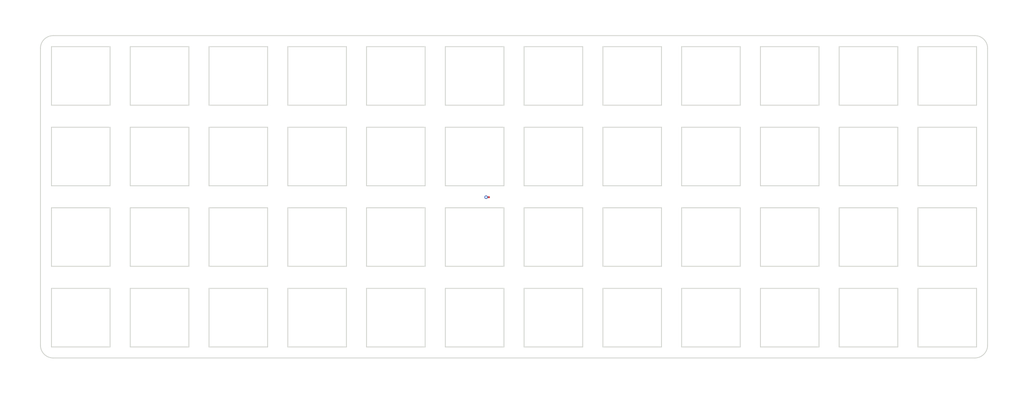
<source format=kicad_pcb>
(kicad_pcb (version 20171130) (host pcbnew 5.1.9)

  (general
    (thickness 1.6)
    (drawings 200)
    (tracks 2)
    (zones 0)
    (modules 6)
    (nets 2)
  )

  (page A4)
  (layers
    (0 F.Cu signal)
    (31 B.Cu signal)
    (32 B.Adhes user)
    (33 F.Adhes user)
    (34 B.Paste user)
    (35 F.Paste user)
    (36 B.SilkS user)
    (37 F.SilkS user)
    (38 B.Mask user)
    (39 F.Mask user)
    (40 Dwgs.User user)
    (41 Cmts.User user)
    (42 Eco1.User user)
    (43 Eco2.User user)
    (44 Edge.Cuts user)
    (45 Margin user)
    (46 B.CrtYd user)
    (47 F.CrtYd user)
    (48 B.Fab user)
    (49 F.Fab user)
  )

  (setup
    (last_trace_width 0.25)
    (trace_clearance 0.2)
    (zone_clearance 0.508)
    (zone_45_only no)
    (trace_min 0.2)
    (via_size 0.8)
    (via_drill 0.4)
    (via_min_size 0.4)
    (via_min_drill 0.3)
    (uvia_size 0.3)
    (uvia_drill 0.1)
    (uvias_allowed no)
    (uvia_min_size 0.2)
    (uvia_min_drill 0.1)
    (edge_width 0.05)
    (segment_width 0.2)
    (pcb_text_width 0.3)
    (pcb_text_size 1.5 1.5)
    (mod_edge_width 0.12)
    (mod_text_size 1 1)
    (mod_text_width 0.15)
    (pad_size 1.524 1.524)
    (pad_drill 0.762)
    (pad_to_mask_clearance 0)
    (aux_axis_origin 0 0)
    (grid_origin 253.175 77.399998)
    (visible_elements FFFFFF7F)
    (pcbplotparams
      (layerselection 0x010fc_ffffffff)
      (usegerberextensions false)
      (usegerberattributes true)
      (usegerberadvancedattributes true)
      (creategerberjobfile true)
      (excludeedgelayer true)
      (linewidth 0.100000)
      (plotframeref false)
      (viasonmask false)
      (mode 1)
      (useauxorigin false)
      (hpglpennumber 1)
      (hpglpenspeed 20)
      (hpglpendiameter 15.000000)
      (psnegative false)
      (psa4output false)
      (plotreference true)
      (plotvalue true)
      (plotinvisibletext false)
      (padsonsilk false)
      (subtractmaskfromsilk false)
      (outputformat 1)
      (mirror false)
      (drillshape 1)
      (scaleselection 1)
      (outputdirectory ""))
  )

  (net 0 "")
  (net 1 GND)

  (net_class Default "This is the default net class."
    (clearance 0.2)
    (trace_width 0.25)
    (via_dia 0.8)
    (via_drill 0.4)
    (uvia_dia 0.3)
    (uvia_drill 0.1)
    (add_net GND)
  )

  (module MountingHole:MountingHole_4.3mm_M4 (layer F.Cu) (tedit 56D1B4CB) (tstamp 6059C516)
    (at 253.175 77.399998)
    (descr "Mounting Hole 4.3mm, no annular, M4")
    (tags "mounting hole 4.3mm no annular m4")
    (path /60597BC2)
    (attr virtual)
    (fp_text reference " " (at 0 -5.3) (layer F.SilkS)
      (effects (font (size 1 1) (thickness 0.15)))
    )
    (fp_text value MountingHole (at 0 5.3) (layer F.Fab)
      (effects (font (size 1 1) (thickness 0.15)))
    )
    (fp_circle (center 0 0) (end 4.3 0) (layer Cmts.User) (width 0.15))
    (fp_circle (center 0 0) (end 4.55 0) (layer F.CrtYd) (width 0.05))
    (fp_text user %R (at 0.3 0) (layer F.Fab)
      (effects (font (size 1 1) (thickness 0.15)))
    )
    (pad 1 np_thru_hole circle (at 0 0) (size 4.3 4.3) (drill 4.3) (layers *.Cu *.Mask))
  )

  (module MountingHole:MountingHole_4.3mm_M4 (layer F.Cu) (tedit 56D1B4CB) (tstamp 6059C51E)
    (at 67.675 77.399998)
    (descr "Mounting Hole 4.3mm, no annular, M4")
    (tags "mounting hole 4.3mm no annular m4")
    (path /605975A1)
    (attr virtual)
    (fp_text reference " " (at 0 -5.3) (layer F.SilkS)
      (effects (font (size 1 1) (thickness 0.15)))
    )
    (fp_text value MountingHole (at 0 5.3) (layer F.Fab)
      (effects (font (size 1 1) (thickness 0.15)))
    )
    (fp_circle (center 0 0) (end 4.3 0) (layer Cmts.User) (width 0.15))
    (fp_circle (center 0 0) (end 4.55 0) (layer F.CrtYd) (width 0.05))
    (fp_text user %R (at 0.3 0) (layer F.Fab)
      (effects (font (size 1 1) (thickness 0.15)))
    )
    (pad 1 np_thru_hole circle (at 0 0) (size 4.3 4.3) (drill 4.3) (layers *.Cu *.Mask))
  )

  (module MountingHole:MountingHole_4.3mm_M4 (layer F.Cu) (tedit 56D1B4CB) (tstamp 6059C526)
    (at 253.175 115.399998)
    (descr "Mounting Hole 4.3mm, no annular, M4")
    (tags "mounting hole 4.3mm no annular m4")
    (path /60597743)
    (attr virtual)
    (fp_text reference " " (at 0 -5.3) (layer F.SilkS)
      (effects (font (size 1 1) (thickness 0.15)))
    )
    (fp_text value MountingHole (at 0 5.3) (layer F.Fab)
      (effects (font (size 1 1) (thickness 0.15)))
    )
    (fp_circle (center 0 0) (end 4.3 0) (layer Cmts.User) (width 0.15))
    (fp_circle (center 0 0) (end 4.55 0) (layer F.CrtYd) (width 0.05))
    (fp_text user %R (at 0.3 0) (layer F.Fab)
      (effects (font (size 1 1) (thickness 0.15)))
    )
    (pad 1 np_thru_hole circle (at 0 0) (size 4.3 4.3) (drill 4.3) (layers *.Cu *.Mask))
  )

  (module MountingHole:MountingHole_4.3mm_M4 (layer F.Cu) (tedit 56D1B4CB) (tstamp 6059C52E)
    (at 67.675 115.399998)
    (descr "Mounting Hole 4.3mm, no annular, M4")
    (tags "mounting hole 4.3mm no annular m4")
    (path /605978C7)
    (attr virtual)
    (fp_text reference " " (at 0 -5.3) (layer F.SilkS)
      (effects (font (size 1 1) (thickness 0.15)))
    )
    (fp_text value MountingHole (at 0 5.3) (layer F.Fab)
      (effects (font (size 1 1) (thickness 0.15)))
    )
    (fp_circle (center 0 0) (end 4.3 0) (layer Cmts.User) (width 0.15))
    (fp_circle (center 0 0) (end 4.55 0) (layer F.CrtYd) (width 0.05))
    (fp_text user %R (at 0.3 0) (layer F.Fab)
      (effects (font (size 1 1) (thickness 0.15)))
    )
    (pad 1 np_thru_hole circle (at 0 0) (size 4.3 4.3) (drill 4.3) (layers *.Cu *.Mask))
  )

  (module MountingHole:MountingHole_4.3mm_M4 (layer F.Cu) (tedit 56D1B4CB) (tstamp 6059C536)
    (at 160.425 96.399998)
    (descr "Mounting Hole 4.3mm, no annular, M4")
    (tags "mounting hole 4.3mm no annular m4")
    (path /60597A0F)
    (attr virtual)
    (fp_text reference " " (at 0 -5.3) (layer F.SilkS)
      (effects (font (size 1 1) (thickness 0.15)))
    )
    (fp_text value MountingHole (at 0 5.3) (layer F.Fab)
      (effects (font (size 1 1) (thickness 0.15)))
    )
    (fp_circle (center 0 0) (end 4.3 0) (layer Cmts.User) (width 0.15))
    (fp_circle (center 0 0) (end 4.55 0) (layer F.CrtYd) (width 0.05))
    (fp_text user %R (at 0.3 0) (layer F.Fab)
      (effects (font (size 1 1) (thickness 0.15)))
    )
    (pad 1 np_thru_hole circle (at 0 0) (size 4.3 4.3) (drill 4.3) (layers *.Cu *.Mask))
  )

  (module Resistor_SMD:R_0201_0603Metric (layer F.Cu) (tedit 5F68FEEE) (tstamp 6059C547)
    (at 154.175 96.499999)
    (descr "Resistor SMD 0201 (0603 Metric), square (rectangular) end terminal, IPC_7351 nominal, (Body size source: https://www.vishay.com/docs/20052/crcw0201e3.pdf), generated with kicad-footprint-generator")
    (tags resistor)
    (path /605967D7)
    (attr smd)
    (fp_text reference " " (at 0 -1.05) (layer F.SilkS)
      (effects (font (size 1 1) (thickness 0.15)))
    )
    (fp_text value R (at 0 1.05) (layer F.Fab)
      (effects (font (size 1 1) (thickness 0.15)))
    )
    (fp_line (start -0.3 0.15) (end -0.3 -0.15) (layer F.Fab) (width 0.1))
    (fp_line (start -0.3 -0.15) (end 0.3 -0.15) (layer F.Fab) (width 0.1))
    (fp_line (start 0.3 -0.15) (end 0.3 0.15) (layer F.Fab) (width 0.1))
    (fp_line (start 0.3 0.15) (end -0.3 0.15) (layer F.Fab) (width 0.1))
    (fp_line (start -0.7 0.35) (end -0.7 -0.35) (layer F.CrtYd) (width 0.05))
    (fp_line (start -0.7 -0.35) (end 0.7 -0.35) (layer F.CrtYd) (width 0.05))
    (fp_line (start 0.7 -0.35) (end 0.7 0.35) (layer F.CrtYd) (width 0.05))
    (fp_line (start 0.7 0.35) (end -0.7 0.35) (layer F.CrtYd) (width 0.05))
    (fp_text user %R (at 0 -0.68) (layer F.Fab)
      (effects (font (size 0.25 0.25) (thickness 0.04)))
    )
    (pad 2 smd roundrect (at 0.32 0) (size 0.46 0.4) (layers F.Cu F.Mask) (roundrect_rratio 0.25)
      (net 1 GND))
    (pad 1 smd roundrect (at -0.32 0) (size 0.46 0.4) (layers F.Cu F.Mask) (roundrect_rratio 0.25)
      (net 1 GND))
    (pad "" smd roundrect (at 0.345 0) (size 0.318 0.36) (layers F.Paste) (roundrect_rratio 0.25))
    (pad "" smd roundrect (at -0.345 0) (size 0.318 0.36) (layers F.Paste) (roundrect_rratio 0.25))
    (model ${KISYS3DMOD}/Resistor_SMD.3dshapes/R_0201_0603Metric.wrl
      (at (xyz 0 0 0))
      (scale (xyz 1 1 1))
      (rotate (xyz 0 0 0))
    )
  )

  (gr_line (start 83.849999 60.999999) (end 70.049999 60.999999) (layer Edge.Cuts) (width 0.2))
  (gr_line (start 83.849999 79.999999) (end 70.049999 79.999999) (layer Edge.Cuts) (width 0.2))
  (gr_line (start 65.3 112.799999) (end 65.3 98.999999) (layer Edge.Cuts) (width 0.2))
  (gr_line (start 70.049999 60.999999) (end 70.049999 74.799998) (layer Edge.Cuts) (width 0.2))
  (gr_line (start 199.9 112.799999) (end 213.7 112.799999) (layer Edge.Cuts) (width 0.2))
  (gr_line (start 51.5 93.799999) (end 65.3 93.799999) (layer Edge.Cuts) (width 0.2))
  (gr_line (start 88.6 98.999999) (end 88.6 112.799999) (layer Edge.Cuts) (width 0.2))
  (gr_line (start 158.05 117.999999) (end 144.25 117.999999) (layer Edge.Cuts) (width 0.2))
  (gr_line (start 88.599999 93.799999) (end 102.399999 93.799999) (layer Edge.Cuts) (width 0.2))
  (gr_line (start 237 93.799999) (end 250.8 93.799999) (layer Edge.Cuts) (width 0.2))
  (gr_line (start 88.6 131.799999) (end 102.4 131.799999) (layer Edge.Cuts) (width 0.2))
  (gr_line (start 102.4 98.999999) (end 88.6 98.999999) (layer Edge.Cuts) (width 0.2))
  (gr_line (start 107.149999 112.799999) (end 120.949999 112.799999) (layer Edge.Cuts) (width 0.2))
  (gr_line (start 144.25 93.799999) (end 158.05 93.799999) (layer Edge.Cuts) (width 0.2))
  (gr_line (start 120.949999 98.999999) (end 107.149999 98.999999) (layer Edge.Cuts) (width 0.2))
  (gr_line (start 176.6 93.799999) (end 176.6 79.999999) (layer Edge.Cuts) (width 0.2))
  (gr_line (start 199.9 117.999999) (end 199.9 131.799999) (layer Edge.Cuts) (width 0.2))
  (gr_line (start 195.15 98.999999) (end 181.35 98.999999) (layer Edge.Cuts) (width 0.2))
  (gr_line (start 250.8 131.799999) (end 250.8 117.999999) (layer Edge.Cuts) (width 0.2))
  (gr_line (start 144.25 117.999999) (end 144.25 131.799999) (layer Edge.Cuts) (width 0.2))
  (gr_line (start 139.5 98.999999) (end 125.7 98.999999) (layer Edge.Cuts) (width 0.2))
  (gr_line (start 139.5 79.999999) (end 125.7 79.999999) (layer Edge.Cuts) (width 0.2))
  (gr_line (start 255.55 112.799999) (end 269.35 112.799999) (layer Edge.Cuts) (width 0.2))
  (gr_line (start 125.7 112.799999) (end 139.5 112.799999) (layer Edge.Cuts) (width 0.2))
  (gr_line (start 70.049999 79.999999) (end 70.049999 93.799999) (layer Edge.Cuts) (width 0.2))
  (gr_line (start 83.849999 74.799998) (end 83.849999 60.999999) (layer Edge.Cuts) (width 0.2))
  (gr_line (start 70.049999 93.799999) (end 83.849999 93.799999) (layer Edge.Cuts) (width 0.2))
  (gr_line (start 176.6 131.799999) (end 176.6 117.999999) (layer Edge.Cuts) (width 0.2))
  (gr_line (start 102.399999 74.799998) (end 102.399999 60.999998) (layer Edge.Cuts) (width 0.2))
  (gr_line (start 218.45 98.999999) (end 218.45 112.799999) (layer Edge.Cuts) (width 0.2))
  (gr_line (start 213.7 93.799999) (end 213.7 79.999999) (layer Edge.Cuts) (width 0.2))
  (gr_line (start 218.45 74.799998) (end 232.25 74.799998) (layer Edge.Cuts) (width 0.2))
  (gr_line (start 232.25 117.999999) (end 218.45 117.999999) (layer Edge.Cuts) (width 0.2))
  (gr_line (start 51.9 58.399999) (end 268.95 58.399999) (layer Edge.Cuts) (width 0.2))
  (gr_line (start 125.7 79.999999) (end 125.7 93.799999) (layer Edge.Cuts) (width 0.2))
  (gr_line (start 195.15 74.799998) (end 195.15 60.999998) (layer Edge.Cuts) (width 0.2))
  (gr_line (start 199.9 131.799999) (end 213.7 131.799999) (layer Edge.Cuts) (width 0.2))
  (gr_line (start 88.599999 60.999998) (end 88.599999 74.799998) (layer Edge.Cuts) (width 0.2))
  (gr_line (start 51.5 117.999999) (end 51.5 131.799999) (layer Edge.Cuts) (width 0.2))
  (gr_line (start 102.4 112.799999) (end 102.4 98.999999) (layer Edge.Cuts) (width 0.2))
  (gr_line (start 237 98.999999) (end 237 112.799999) (layer Edge.Cuts) (width 0.2))
  (gr_line (start 83.85 131.799999) (end 83.85 117.999999) (layer Edge.Cuts) (width 0.2))
  (gr_line (start 65.3 74.799998) (end 65.3 60.999999) (layer Edge.Cuts) (width 0.2))
  (gr_line (start 144.25 112.799999) (end 158.05 112.799999) (layer Edge.Cuts) (width 0.2))
  (gr_line (start 218.45 112.799999) (end 232.25 112.799999) (layer Edge.Cuts) (width 0.2))
  (gr_line (start 162.8 131.799999) (end 176.6 131.799999) (layer Edge.Cuts) (width 0.2))
  (gr_line (start 125.7 98.999999) (end 125.7 112.799999) (layer Edge.Cuts) (width 0.2))
  (gr_line (start 195.15 112.799999) (end 195.15 98.999999) (layer Edge.Cuts) (width 0.2))
  (gr_line (start 88.599999 74.799998) (end 102.399999 74.799998) (layer Edge.Cuts) (width 0.2))
  (gr_line (start 107.149999 98.999999) (end 107.149999 112.799999) (layer Edge.Cuts) (width 0.2))
  (gr_line (start 162.8 112.799999) (end 176.6 112.799999) (layer Edge.Cuts) (width 0.2))
  (gr_line (start 70.05 131.799999) (end 83.85 131.799999) (layer Edge.Cuts) (width 0.2))
  (gr_line (start 269.35 60.999998) (end 255.55 60.999998) (layer Edge.Cuts) (width 0.2))
  (gr_arc (start 51.9 131.399999) (end 48.9 131.399999) (angle -90) (layer Edge.Cuts) (width 0.2))
  (gr_line (start 237 131.799999) (end 250.8 131.799999) (layer Edge.Cuts) (width 0.2))
  (gr_line (start 120.949999 131.799999) (end 120.949999 117.999999) (layer Edge.Cuts) (width 0.2))
  (gr_line (start 181.35 112.799999) (end 195.15 112.799999) (layer Edge.Cuts) (width 0.2))
  (gr_line (start 83.85 117.999999) (end 70.05 117.999999) (layer Edge.Cuts) (width 0.2))
  (gr_line (start 250.8 112.799999) (end 250.8 98.999999) (layer Edge.Cuts) (width 0.2))
  (gr_line (start 162.8 79.999999) (end 162.8 93.799999) (layer Edge.Cuts) (width 0.2))
  (gr_line (start 250.8 74.799998) (end 250.8 60.999998) (layer Edge.Cuts) (width 0.2))
  (gr_line (start 232.25 74.799998) (end 232.25 60.999998) (layer Edge.Cuts) (width 0.2))
  (gr_line (start 65.3 93.799999) (end 65.3 79.999999) (layer Edge.Cuts) (width 0.2))
  (gr_line (start 70.05 112.799999) (end 83.85 112.799999) (layer Edge.Cuts) (width 0.2))
  (gr_line (start 65.3 131.799999) (end 65.3 117.999999) (layer Edge.Cuts) (width 0.2))
  (gr_line (start 88.599999 79.999999) (end 88.599999 93.799999) (layer Edge.Cuts) (width 0.2))
  (gr_arc (start 51.9 61.399999) (end 51.9 58.399999) (angle -90) (layer Edge.Cuts) (width 0.2))
  (gr_line (start 181.35 74.799998) (end 195.15 74.799998) (layer Edge.Cuts) (width 0.2))
  (gr_line (start 120.949999 93.799999) (end 120.949999 79.999999) (layer Edge.Cuts) (width 0.2))
  (gr_line (start 102.4 117.999999) (end 88.6 117.999999) (layer Edge.Cuts) (width 0.2))
  (gr_line (start 181.35 60.999998) (end 181.35 74.799998) (layer Edge.Cuts) (width 0.2))
  (gr_line (start 237 112.799999) (end 250.8 112.799999) (layer Edge.Cuts) (width 0.2))
  (gr_line (start 88.6 117.999999) (end 88.6 131.799999) (layer Edge.Cuts) (width 0.2))
  (gr_line (start 139.5 112.799999) (end 139.5 98.999999) (layer Edge.Cuts) (width 0.2))
  (gr_line (start 102.399999 93.799999) (end 102.399999 79.999999) (layer Edge.Cuts) (width 0.2))
  (gr_line (start 237 60.999998) (end 237 74.799998) (layer Edge.Cuts) (width 0.2))
  (gr_line (start 250.8 79.999999) (end 237 79.999999) (layer Edge.Cuts) (width 0.2))
  (gr_line (start 181.35 117.999999) (end 181.35 131.799999) (layer Edge.Cuts) (width 0.2))
  (gr_line (start 255.55 74.799998) (end 269.35 74.799998) (layer Edge.Cuts) (width 0.2))
  (gr_line (start 255.55 60.999998) (end 255.55 74.799998) (layer Edge.Cuts) (width 0.2))
  (gr_line (start 65.3 60.999999) (end 51.5 60.999999) (layer Edge.Cuts) (width 0.2))
  (gr_line (start 232.25 60.999998) (end 218.45 60.999998) (layer Edge.Cuts) (width 0.2))
  (gr_line (start 120.949999 117.999999) (end 107.149999 117.999999) (layer Edge.Cuts) (width 0.2))
  (gr_line (start 255.55 79.999999) (end 255.55 93.799999) (layer Edge.Cuts) (width 0.2))
  (gr_line (start 176.6 98.999999) (end 162.8 98.999999) (layer Edge.Cuts) (width 0.2))
  (gr_line (start 125.7 74.799998) (end 139.5 74.799998) (layer Edge.Cuts) (width 0.2))
  (gr_line (start 125.7 93.799999) (end 139.5 93.799999) (layer Edge.Cuts) (width 0.2))
  (gr_line (start 195.15 117.999999) (end 181.35 117.999999) (layer Edge.Cuts) (width 0.2))
  (gr_line (start 120.949999 60.999998) (end 107.149999 60.999998) (layer Edge.Cuts) (width 0.2))
  (gr_line (start 255.55 117.999999) (end 255.55 131.799999) (layer Edge.Cuts) (width 0.2))
  (gr_arc (start 268.95 61.399999) (end 271.95 61.399999) (angle -90) (layer Edge.Cuts) (width 0.2))
  (gr_line (start 269.35 79.999999) (end 255.55 79.999999) (layer Edge.Cuts) (width 0.2))
  (gr_line (start 158.05 131.799999) (end 158.05 117.999999) (layer Edge.Cuts) (width 0.2))
  (gr_line (start 181.35 79.999999) (end 181.35 93.799999) (layer Edge.Cuts) (width 0.2))
  (gr_line (start 139.5 74.799998) (end 139.5 60.999998) (layer Edge.Cuts) (width 0.2))
  (gr_line (start 218.45 60.999998) (end 218.45 74.799998) (layer Edge.Cuts) (width 0.2))
  (gr_line (start 144.25 74.799998) (end 158.05 74.799998) (layer Edge.Cuts) (width 0.2))
  (gr_line (start 158.05 98.999999) (end 144.25 98.999999) (layer Edge.Cuts) (width 0.2))
  (gr_line (start 218.45 79.999999) (end 218.45 93.799999) (layer Edge.Cuts) (width 0.2))
  (gr_line (start 158.05 112.799999) (end 158.05 98.999999) (layer Edge.Cuts) (width 0.2))
  (gr_line (start 250.8 60.999998) (end 237 60.999998) (layer Edge.Cuts) (width 0.2))
  (gr_line (start 48.900001 131.399999) (end 48.900001 61.399999) (layer Edge.Cuts) (width 0.2))
  (gr_line (start 162.8 98.999999) (end 162.8 112.799999) (layer Edge.Cuts) (width 0.2))
  (gr_line (start 255.55 131.799999) (end 269.35 131.799999) (layer Edge.Cuts) (width 0.2))
  (gr_line (start 237 117.999999) (end 237 131.799999) (layer Edge.Cuts) (width 0.2))
  (gr_line (start 125.7 131.799999) (end 139.5 131.799999) (layer Edge.Cuts) (width 0.2))
  (gr_line (start 237 74.799998) (end 250.8 74.799998) (layer Edge.Cuts) (width 0.2))
  (gr_line (start 269.35 117.999999) (end 255.55 117.999999) (layer Edge.Cuts) (width 0.2))
  (gr_line (start 269.35 131.799999) (end 269.35 117.999999) (layer Edge.Cuts) (width 0.2))
  (gr_line (start 181.35 131.799999) (end 195.15 131.799999) (layer Edge.Cuts) (width 0.2))
  (gr_line (start 271.95 61.399999) (end 271.95 131.399999) (layer Edge.Cuts) (width 0.2))
  (gr_line (start 120.949999 112.799999) (end 120.949999 98.999999) (layer Edge.Cuts) (width 0.2))
  (gr_line (start 125.7 60.999998) (end 125.7 74.799998) (layer Edge.Cuts) (width 0.2))
  (gr_line (start 144.25 131.799999) (end 158.05 131.799999) (layer Edge.Cuts) (width 0.2))
  (gr_line (start 213.7 74.799998) (end 213.7 60.999998) (layer Edge.Cuts) (width 0.2))
  (gr_line (start 139.5 60.999998) (end 125.7 60.999998) (layer Edge.Cuts) (width 0.2))
  (gr_line (start 102.4 131.799999) (end 102.4 117.999999) (layer Edge.Cuts) (width 0.2))
  (gr_line (start 199.9 93.799999) (end 213.7 93.799999) (layer Edge.Cuts) (width 0.2))
  (gr_line (start 218.45 117.999999) (end 218.45 131.799999) (layer Edge.Cuts) (width 0.2))
  (gr_line (start 144.25 60.999998) (end 144.25 74.799998) (layer Edge.Cuts) (width 0.2))
  (gr_line (start 139.5 93.799999) (end 139.5 79.999999) (layer Edge.Cuts) (width 0.2))
  (gr_line (start 102.399999 60.999998) (end 88.599999 60.999998) (layer Edge.Cuts) (width 0.2))
  (gr_line (start 250.8 117.999999) (end 237 117.999999) (layer Edge.Cuts) (width 0.2))
  (gr_line (start 269.35 93.799999) (end 269.35 79.999999) (layer Edge.Cuts) (width 0.2))
  (gr_line (start 107.149999 74.799998) (end 120.949999 74.799998) (layer Edge.Cuts) (width 0.2))
  (gr_line (start 70.05 98.999999) (end 70.05 112.799999) (layer Edge.Cuts) (width 0.2))
  (gr_line (start 125.7 117.999999) (end 125.7 131.799999) (layer Edge.Cuts) (width 0.2))
  (gr_line (start 158.05 74.799998) (end 158.05 60.999998) (layer Edge.Cuts) (width 0.2))
  (gr_line (start 255.55 93.799999) (end 269.35 93.799999) (layer Edge.Cuts) (width 0.2))
  (gr_line (start 218.45 93.799999) (end 232.25 93.799999) (layer Edge.Cuts) (width 0.2))
  (gr_line (start 158.05 60.999998) (end 144.25 60.999998) (layer Edge.Cuts) (width 0.2))
  (gr_line (start 232.25 93.799999) (end 232.25 79.999999) (layer Edge.Cuts) (width 0.2))
  (gr_line (start 51.5 79.999999) (end 51.5 93.799999) (layer Edge.Cuts) (width 0.2))
  (gr_line (start 51.5 112.799999) (end 65.3 112.799999) (layer Edge.Cuts) (width 0.2))
  (gr_line (start 158.05 93.799999) (end 158.05 79.999999) (layer Edge.Cuts) (width 0.2))
  (gr_line (start 237 79.999999) (end 237 93.799999) (layer Edge.Cuts) (width 0.2))
  (gr_line (start 102.399999 79.999999) (end 88.599999 79.999999) (layer Edge.Cuts) (width 0.2))
  (gr_line (start 199.9 74.799998) (end 213.7 74.799998) (layer Edge.Cuts) (width 0.2))
  (gr_line (start 139.5 117.999999) (end 125.7 117.999999) (layer Edge.Cuts) (width 0.2))
  (gr_line (start 51.5 131.799999) (end 65.3 131.799999) (layer Edge.Cuts) (width 0.2))
  (gr_line (start 195.15 79.999999) (end 181.35 79.999999) (layer Edge.Cuts) (width 0.2))
  (gr_line (start 65.3 117.999999) (end 51.5 117.999999) (layer Edge.Cuts) (width 0.2))
  (gr_line (start 70.05 117.999999) (end 70.05 131.799999) (layer Edge.Cuts) (width 0.2))
  (gr_line (start 88.6 112.799999) (end 102.4 112.799999) (layer Edge.Cuts) (width 0.2))
  (gr_line (start 269.35 74.799998) (end 269.35 60.999998) (layer Edge.Cuts) (width 0.2))
  (gr_line (start 83.85 112.799999) (end 83.85 98.999999) (layer Edge.Cuts) (width 0.2))
  (gr_line (start 51.9 134.399999) (end 268.95 134.399999) (layer Edge.Cuts) (width 0.2))
  (gr_line (start 199.9 98.999999) (end 199.9 112.799999) (layer Edge.Cuts) (width 0.2))
  (gr_line (start 107.149999 131.799999) (end 120.949999 131.799999) (layer Edge.Cuts) (width 0.2))
  (gr_line (start 181.35 98.999999) (end 181.35 112.799999) (layer Edge.Cuts) (width 0.2))
  (gr_line (start 107.149999 93.799999) (end 120.949999 93.799999) (layer Edge.Cuts) (width 0.2))
  (gr_line (start 250.8 93.799999) (end 250.8 79.999999) (layer Edge.Cuts) (width 0.2))
  (gr_line (start 176.6 112.799999) (end 176.6 98.999999) (layer Edge.Cuts) (width 0.2))
  (gr_line (start 213.7 60.999998) (end 199.9 60.999998) (layer Edge.Cuts) (width 0.2))
  (gr_line (start 176.6 60.999998) (end 162.8 60.999998) (layer Edge.Cuts) (width 0.2))
  (gr_line (start 65.3 79.999999) (end 51.5 79.999999) (layer Edge.Cuts) (width 0.2))
  (gr_line (start 139.5 131.799999) (end 139.5 117.999999) (layer Edge.Cuts) (width 0.2))
  (gr_line (start 213.7 131.799999) (end 213.7 117.999999) (layer Edge.Cuts) (width 0.2))
  (gr_line (start 70.049999 74.799998) (end 83.849999 74.799998) (layer Edge.Cuts) (width 0.2))
  (gr_line (start 107.149999 60.999998) (end 107.149999 74.799998) (layer Edge.Cuts) (width 0.2))
  (gr_line (start 120.949999 79.999999) (end 107.149999 79.999999) (layer Edge.Cuts) (width 0.2))
  (gr_arc (start 268.95 131.399999) (end 268.95 134.399999) (angle -90) (layer Edge.Cuts) (width 0.2))
  (gr_line (start 176.6 79.999999) (end 162.8 79.999999) (layer Edge.Cuts) (width 0.2))
  (gr_line (start 232.25 98.999999) (end 218.45 98.999999) (layer Edge.Cuts) (width 0.2))
  (gr_line (start 195.15 93.799999) (end 195.15 79.999999) (layer Edge.Cuts) (width 0.2))
  (gr_line (start 232.25 131.799999) (end 232.25 117.999999) (layer Edge.Cuts) (width 0.2))
  (gr_line (start 195.15 60.999998) (end 181.35 60.999998) (layer Edge.Cuts) (width 0.2))
  (gr_line (start 213.7 79.999999) (end 199.9 79.999999) (layer Edge.Cuts) (width 0.2))
  (gr_line (start 107.149999 79.999999) (end 107.149999 93.799999) (layer Edge.Cuts) (width 0.2))
  (gr_line (start 213.7 112.799999) (end 213.7 98.999999) (layer Edge.Cuts) (width 0.2))
  (gr_line (start 255.55 98.999999) (end 255.55 112.799999) (layer Edge.Cuts) (width 0.2))
  (gr_line (start 232.25 79.999999) (end 218.45 79.999999) (layer Edge.Cuts) (width 0.2))
  (gr_line (start 162.8 117.999999) (end 162.8 131.799999) (layer Edge.Cuts) (width 0.2))
  (gr_line (start 199.9 79.999999) (end 199.9 93.799999) (layer Edge.Cuts) (width 0.2))
  (gr_line (start 199.9 60.999998) (end 199.9 74.799998) (layer Edge.Cuts) (width 0.2))
  (gr_line (start 107.149999 117.999999) (end 107.149999 131.799999) (layer Edge.Cuts) (width 0.2))
  (gr_line (start 162.8 74.799998) (end 176.6 74.799998) (layer Edge.Cuts) (width 0.2))
  (gr_line (start 176.6 74.799998) (end 176.6 60.999998) (layer Edge.Cuts) (width 0.2))
  (gr_line (start 269.35 112.799999) (end 269.35 98.999999) (layer Edge.Cuts) (width 0.2))
  (gr_line (start 269.35 98.999999) (end 255.55 98.999999) (layer Edge.Cuts) (width 0.2))
  (gr_line (start 83.849999 93.799999) (end 83.849999 79.999999) (layer Edge.Cuts) (width 0.2))
  (gr_line (start 83.85 98.999999) (end 70.05 98.999999) (layer Edge.Cuts) (width 0.2))
  (gr_line (start 195.15 131.799999) (end 195.15 117.999999) (layer Edge.Cuts) (width 0.2))
  (gr_line (start 162.8 93.799999) (end 176.6 93.799999) (layer Edge.Cuts) (width 0.2))
  (gr_line (start 144.25 79.999999) (end 144.25 93.799999) (layer Edge.Cuts) (width 0.2))
  (gr_line (start 158.05 79.999999) (end 144.25 79.999999) (layer Edge.Cuts) (width 0.2))
  (gr_line (start 162.8 60.999998) (end 162.8 74.799998) (layer Edge.Cuts) (width 0.2))
  (gr_line (start 213.7 98.999999) (end 199.9 98.999999) (layer Edge.Cuts) (width 0.2))
  (gr_line (start 250.8 98.999999) (end 237 98.999999) (layer Edge.Cuts) (width 0.2))
  (gr_line (start 51.5 60.999999) (end 51.5 74.799998) (layer Edge.Cuts) (width 0.2))
  (gr_line (start 181.35 93.799999) (end 195.15 93.799999) (layer Edge.Cuts) (width 0.2))
  (gr_line (start 176.6 117.999999) (end 162.8 117.999999) (layer Edge.Cuts) (width 0.2))
  (gr_line (start 120.949999 74.799998) (end 120.949999 60.999998) (layer Edge.Cuts) (width 0.2))
  (gr_line (start 232.25 112.799999) (end 232.25 98.999999) (layer Edge.Cuts) (width 0.2))
  (gr_line (start 218.45 131.799999) (end 232.25 131.799999) (layer Edge.Cuts) (width 0.2))
  (gr_line (start 51.5 74.799998) (end 65.3 74.799998) (layer Edge.Cuts) (width 0.2))
  (gr_line (start 51.5 98.999999) (end 51.5 112.799999) (layer Edge.Cuts) (width 0.2))
  (gr_line (start 144.25 98.999999) (end 144.25 112.799999) (layer Edge.Cuts) (width 0.2))
  (gr_line (start 65.3 98.999999) (end 51.5 98.999999) (layer Edge.Cuts) (width 0.2))
  (gr_line (start 213.7 117.999999) (end 199.9 117.999999) (layer Edge.Cuts) (width 0.2))

  (via (at 153.855 96.499999) (size 0.8) (drill 0.4) (layers F.Cu B.Cu) (net 1))
  (segment (start 154.495 96.499999) (end 153.855 96.499999) (width 0.25) (layer F.Cu) (net 1))

  (zone (net 1) (net_name GND) (layer F.Cu) (tstamp 0) (hatch edge 0.508)
    (connect_pads (clearance 0.508))
    (min_thickness 0.254)
    (fill yes (arc_segments 32) (thermal_gap 0.508) (thermal_bridge_width 0.508))
    (polygon
      (pts
        (xy 275.8875 140.249999) (xy 44.0125 140.249999) (xy 44.0125 54.749999) (xy 275.8875 54.749999)
      )
    )
  )
  (zone (net 1) (net_name GND) (layer B.Cu) (tstamp 0) (hatch edge 0.508)
    (connect_pads (clearance 0.508))
    (min_thickness 0.254)
    (fill yes (arc_segments 32) (thermal_gap 0.508) (thermal_bridge_width 0.508))
    (polygon
      (pts
        (xy 280.525 144.999999) (xy 39.375 144.999999) (xy 39.375 49.999999) (xy 280.525 49.999999)
      )
    )
  )
)

</source>
